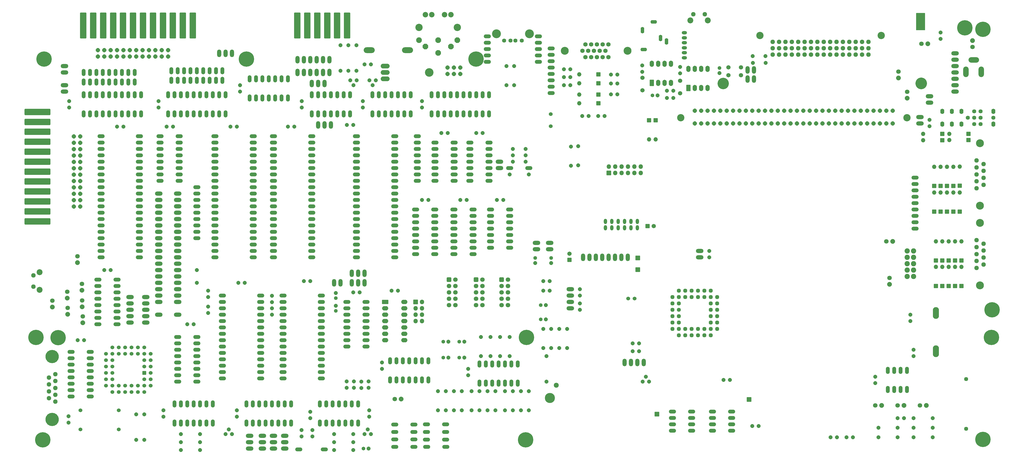
<source format=gbs>
G04 #@! TF.GenerationSoftware,KiCad,Pcbnew,8.0.6*
G04 #@! TF.CreationDate,2024-11-25T23:01:06+01:00*
G04 #@! TF.ProjectId,cbm_ultipet_v1,63626d5f-756c-4746-9970-65745f76312e,rev?*
G04 #@! TF.SameCoordinates,Original*
G04 #@! TF.FileFunction,Soldermask,Bot*
G04 #@! TF.FilePolarity,Negative*
%FSLAX46Y46*%
G04 Gerber Fmt 4.6, Leading zero omitted, Abs format (unit mm)*
G04 Created by KiCad (PCBNEW 8.0.6) date 2024-11-25 23:01:06*
%MOMM*%
%LPD*%
G01*
G04 APERTURE LIST*
G04 Aperture macros list*
%AMRoundRect*
0 Rectangle with rounded corners*
0 $1 Rounding radius*
0 $2 $3 $4 $5 $6 $7 $8 $9 X,Y pos of 4 corners*
0 Add a 4 corners polygon primitive as box body*
4,1,4,$2,$3,$4,$5,$6,$7,$8,$9,$2,$3,0*
0 Add four circle primitives for the rounded corners*
1,1,$1+$1,$2,$3*
1,1,$1+$1,$4,$5*
1,1,$1+$1,$6,$7*
1,1,$1+$1,$8,$9*
0 Add four rect primitives between the rounded corners*
20,1,$1+$1,$2,$3,$4,$5,0*
20,1,$1+$1,$4,$5,$6,$7,0*
20,1,$1+$1,$6,$7,$8,$9,0*
20,1,$1+$1,$8,$9,$2,$3,0*%
%AMFreePoly0*
4,1,25,0.333266,0.742596,0.345389,0.732242,0.732242,0.345389,0.760749,0.289441,0.762000,0.273547,0.762000,-0.273547,0.742596,-0.333266,0.732242,-0.345389,0.345389,-0.732242,0.289441,-0.760749,0.273547,-0.762000,-0.273547,-0.762000,-0.333266,-0.742596,-0.345389,-0.732242,-0.732242,-0.345389,-0.760749,-0.289441,-0.762000,-0.273547,-0.762000,0.273547,-0.742596,0.333266,-0.732242,0.345389,
-0.345389,0.732242,-0.289441,0.760749,-0.273547,0.762000,0.273547,0.762000,0.333266,0.742596,0.333266,0.742596,$1*%
%AMFreePoly1*
4,1,25,0.391131,0.882296,0.403254,0.871942,0.871942,0.403254,0.900449,0.347306,0.901700,0.331412,0.901700,-0.331412,0.882296,-0.391131,0.871942,-0.403254,0.403254,-0.871942,0.347306,-0.900449,0.331412,-0.901700,-0.331412,-0.901700,-0.391131,-0.882296,-0.403254,-0.871942,-0.871942,-0.403254,-0.900449,-0.347306,-0.901700,-0.331412,-0.901700,0.331412,-0.882296,0.391131,-0.871942,0.403254,
-0.403254,0.871942,-0.347306,0.900449,-0.331412,0.901700,0.331412,0.901700,0.391131,0.882296,0.391131,0.882296,$1*%
%AMFreePoly2*
4,1,25,0.375350,0.844196,0.387473,0.833842,0.833842,0.387473,0.862349,0.331525,0.863600,0.315631,0.863600,-0.315631,0.844196,-0.375350,0.833842,-0.387473,0.387473,-0.833842,0.331525,-0.862349,0.315631,-0.863600,-0.315631,-0.863600,-0.375350,-0.844196,-0.387473,-0.833842,-0.833842,-0.387473,-0.862349,-0.331525,-0.863600,-0.315631,-0.863600,0.315631,-0.844196,0.375350,-0.833842,0.387473,
-0.387473,0.833842,-0.331525,0.862349,-0.315631,0.863600,0.315631,0.863600,0.375350,0.844196,0.375350,0.844196,$1*%
%AMFreePoly3*
4,1,25,0.322745,0.717196,0.334868,0.706842,0.706842,0.334868,0.735349,0.278920,0.736600,0.263026,0.736600,-0.263026,0.717196,-0.322745,0.706842,-0.334868,0.334868,-0.706842,0.278920,-0.735349,0.263026,-0.736600,-0.263026,-0.736600,-0.322745,-0.717196,-0.334868,-0.706842,-0.706842,-0.334868,-0.735349,-0.278920,-0.736600,-0.263026,-0.736600,0.263026,-0.717196,0.322745,-0.706842,0.334868,
-0.334868,0.706842,-0.278920,0.735349,-0.263026,0.736600,0.263026,0.736600,0.322745,0.717196,0.322745,0.717196,$1*%
%AMFreePoly4*
4,1,25,0.354308,0.793396,0.366431,0.783042,0.783042,0.366431,0.811549,0.310483,0.812800,0.294589,0.812800,-0.294589,0.793396,-0.354308,0.783042,-0.366431,0.366431,-0.783042,0.310483,-0.811549,0.294589,-0.812800,-0.294589,-0.812800,-0.354308,-0.793396,-0.366431,-0.783042,-0.783042,-0.366431,-0.811549,-0.310483,-0.812800,-0.294589,-0.812800,0.294589,-0.793396,0.354308,-0.783042,0.366431,
-0.366431,0.783042,-0.310483,0.811549,-0.294589,0.812800,0.294589,0.812800,0.354308,0.793396,0.354308,0.793396,$1*%
%AMFreePoly5*
4,1,25,0.349047,0.780696,0.361170,0.770342,0.770342,0.361170,0.798849,0.305222,0.800100,0.289328,0.800100,-0.289328,0.780696,-0.349047,0.770342,-0.361170,0.361170,-0.770342,0.305222,-0.798849,0.289328,-0.800100,-0.289328,-0.800100,-0.349047,-0.780696,-0.361170,-0.770342,-0.770342,-0.361170,-0.798849,-0.305222,-0.800100,-0.289328,-0.800100,0.289328,-0.780696,0.349047,-0.770342,0.361170,
-0.361170,0.770342,-0.305222,0.798849,-0.289328,0.800100,0.289328,0.800100,0.349047,0.780696,0.349047,0.780696,$1*%
%AMFreePoly6*
4,1,25,0.470039,1.072796,0.482162,1.062442,1.062442,0.482162,1.090949,0.426214,1.092200,0.410320,1.092200,-0.410320,1.072796,-0.470039,1.062442,-0.482162,0.482162,-1.062442,0.426214,-1.090949,0.410320,-1.092200,-0.410320,-1.092200,-0.470039,-1.072796,-0.482162,-1.062442,-1.062442,-0.482162,-1.090949,-0.426214,-1.092200,-0.410320,-1.092200,0.410320,-1.072796,0.470039,-1.062442,0.482162,
-0.482162,1.062442,-0.426214,1.090949,-0.410320,1.092200,0.410320,1.092200,0.470039,1.072796,0.470039,1.072796,$1*%
G04 Aperture macros list end*
%ADD10C,4.500000*%
%ADD11C,4.600000*%
%ADD12O,2.844800X1.524000*%
%ADD13C,6.102000*%
%ADD14O,3.048000X1.625600*%
%ADD15FreePoly0,180.000000*%
%ADD16RoundRect,0.051000X0.800000X-0.800000X0.800000X0.800000X-0.800000X0.800000X-0.800000X-0.800000X0*%
%ADD17O,1.702000X1.702000*%
%ADD18O,1.524000X2.844800*%
%ADD19FreePoly0,270.000000*%
%ADD20C,1.803400*%
%ADD21FreePoly1,90.000000*%
%ADD22FreePoly0,0.000000*%
%ADD23C,3.150000*%
%ADD24FreePoly2,90.000000*%
%ADD25O,2.102000X1.302000*%
%ADD26FreePoly0,90.000000*%
%ADD27RoundRect,0.051000X0.800000X0.800000X-0.800000X0.800000X-0.800000X-0.800000X0.800000X-0.800000X0*%
%ADD28FreePoly1,0.000000*%
%ADD29FreePoly2,270.000000*%
%ADD30C,2.362200*%
%ADD31RoundRect,0.051000X0.800000X-1.200000X0.800000X1.200000X-0.800000X1.200000X-0.800000X-1.200000X0*%
%ADD32O,1.702000X2.502000*%
%ADD33RoundRect,0.051000X-0.850000X-0.850000X0.850000X-0.850000X0.850000X0.850000X-0.850000X0.850000X0*%
%ADD34RoundRect,0.051000X-0.800000X0.800000X-0.800000X-0.800000X0.800000X-0.800000X0.800000X0.800000X0*%
%ADD35C,1.473200*%
%ADD36FreePoly3,270.000000*%
%ADD37FreePoly1,270.000000*%
%ADD38RoundRect,0.265000X-0.636000X-0.636000X0.636000X-0.636000X0.636000X0.636000X-0.636000X0.636000X0*%
%ADD39C,1.802000*%
%ADD40FreePoly3,0.000000*%
%ADD41FreePoly3,90.000000*%
%ADD42C,1.524000*%
%ADD43O,1.625600X3.048000*%
%ADD44RoundRect,0.388620X0.906780X4.792980X-0.906780X4.792980X-0.906780X-4.792980X0.906780X-4.792980X0*%
%ADD45O,1.802000X1.802000*%
%ADD46RoundRect,0.051000X0.850000X-0.850000X0.850000X0.850000X-0.850000X0.850000X-0.850000X-0.850000X0*%
%ADD47C,5.283200*%
%ADD48C,2.896000*%
%ADD49RoundRect,0.051000X-0.800000X-0.800000X0.800000X-0.800000X0.800000X0.800000X-0.800000X0.800000X0*%
%ADD50C,1.702000*%
%ADD51O,4.394200X2.298700*%
%ADD52O,2.451100X4.699000*%
%ADD53RoundRect,0.388620X-4.792980X0.906780X-4.792980X-0.906780X4.792980X-0.906780X4.792980X0.906780X0*%
%ADD54FreePoly4,270.000000*%
%ADD55O,2.603200X1.403200*%
%ADD56O,1.403200X2.603200*%
%ADD57C,1.625600*%
%ADD58C,3.530600*%
%ADD59O,2.203200X4.203200*%
%ADD60O,4.203200X2.203200*%
%ADD61RoundRect,0.051000X-1.200000X-0.800000X1.200000X-0.800000X1.200000X0.800000X-1.200000X0.800000X0*%
%ADD62O,2.502000X1.702000*%
%ADD63C,1.727200*%
%ADD64RoundRect,0.051000X-0.711200X0.711200X-0.711200X-0.711200X0.711200X-0.711200X0.711200X0.711200X0*%
%ADD65C,1.524400*%
%ADD66C,1.626000*%
%ADD67O,1.602000X2.102000*%
%ADD68C,3.404000*%
%ADD69O,3.556000X1.879600*%
%ADD70FreePoly4,0.000000*%
%ADD71FreePoly2,180.000000*%
%ADD72C,1.611200*%
%ADD73C,1.600200*%
%ADD74FreePoly5,90.000000*%
%ADD75FreePoly4,180.000000*%
%ADD76FreePoly6,180.000000*%
%ADD77C,2.184400*%
%ADD78C,2.082800*%
%ADD79C,1.981200*%
%ADD80C,4.013200*%
%ADD81O,1.302000X2.102000*%
%ADD82FreePoly4,90.000000*%
G04 APERTURE END LIST*
D10*
X294397678Y-71702662D02*
X294397678Y-71703662D01*
D11*
X373264678Y-71702662D02*
X373264678Y-71703662D01*
D12*
X179772652Y-95250000D03*
X179772652Y-97790000D03*
X179772652Y-100330000D03*
X179772652Y-102870000D03*
X179772652Y-105410000D03*
X179772652Y-107950000D03*
X179772652Y-110490000D03*
X187392652Y-110490000D03*
X187392652Y-107950000D03*
X187392652Y-105410000D03*
X187392652Y-102870000D03*
X187392652Y-100330000D03*
X187392652Y-97790000D03*
X187392652Y-95250000D03*
D13*
X196100000Y-62000000D03*
D14*
X69882208Y-163830000D03*
X69882208Y-158750000D03*
X69882208Y-156210000D03*
X69882208Y-153670000D03*
X69882208Y-151130000D03*
X69882208Y-148590000D03*
X69882208Y-146050000D03*
X69882208Y-143510000D03*
X69882208Y-140970000D03*
X69882208Y-138430000D03*
X69882208Y-135890000D03*
X69882208Y-133350000D03*
X69882208Y-130810000D03*
X69882208Y-128270000D03*
X69882208Y-125730000D03*
X69882208Y-123190000D03*
X69882208Y-120650000D03*
X69882208Y-118110000D03*
X69882208Y-115570000D03*
D15*
X146060000Y-70485000D03*
X147330000Y-72390000D03*
X148600000Y-70485000D03*
D16*
X379095000Y-152400000D03*
D17*
X379095000Y-144780000D03*
D18*
X359958100Y-193675000D03*
X362498100Y-193675000D03*
X365038100Y-193675000D03*
X367578100Y-193675000D03*
X367578100Y-186055000D03*
X365038100Y-186055000D03*
X362498100Y-186055000D03*
X359958100Y-186055000D03*
D19*
X126746000Y-209804000D03*
X126746000Y-212344000D03*
D13*
X29850000Y-173000000D03*
D20*
X393700000Y-57150000D03*
D21*
X393700000Y-54610000D03*
D19*
X197485000Y-194310000D03*
X197485000Y-201930000D03*
D14*
X32385000Y-74930000D03*
X32385000Y-72390000D03*
D19*
X224155000Y-180340000D03*
X224155000Y-190500000D03*
X217170000Y-194310000D03*
X217170000Y-201930000D03*
D12*
X92272410Y-92710000D03*
X92272410Y-95250000D03*
X92272410Y-97790000D03*
X92272410Y-100330000D03*
X92272410Y-102870000D03*
X92272410Y-105410000D03*
X92272410Y-107950000D03*
X92272410Y-110490000D03*
X92272410Y-113030000D03*
X92272410Y-115570000D03*
X92272410Y-118110000D03*
X92272410Y-120650000D03*
X92272410Y-123190000D03*
X92272410Y-125730000D03*
X92272410Y-128270000D03*
X92272410Y-130810000D03*
X92272410Y-133350000D03*
X92272410Y-135890000D03*
X92272410Y-138430000D03*
X92272410Y-140970000D03*
X107512410Y-140970000D03*
X107512410Y-138430000D03*
X107512410Y-135890000D03*
X107512410Y-133350000D03*
X107512410Y-130810000D03*
X107512410Y-128270000D03*
X107512410Y-125730000D03*
X107512410Y-123190000D03*
X107512410Y-120650000D03*
X107512410Y-118110000D03*
X107512410Y-115570000D03*
X107512410Y-113030000D03*
X107512410Y-110490000D03*
X107512410Y-107950000D03*
X107512410Y-105410000D03*
X107512410Y-102870000D03*
X107512410Y-100330000D03*
X107512410Y-97790000D03*
X107512410Y-95250000D03*
X107512410Y-92710000D03*
D22*
X258445000Y-178435000D03*
X260985000Y-178435000D03*
D23*
X396659900Y-152146000D03*
X396659900Y-127254000D03*
D24*
X395237500Y-145237200D03*
X395237500Y-142468600D03*
X395237500Y-139700000D03*
X395237500Y-136931400D03*
X395237500Y-134162800D03*
X398081100Y-143852900D03*
X398081100Y-141084300D03*
X398081100Y-138315700D03*
X398081100Y-135547100D03*
D22*
X370205000Y-212725000D03*
X377825000Y-212725000D03*
D12*
X193675000Y-95250000D03*
X193675000Y-97790000D03*
X193675000Y-100330000D03*
X193675000Y-102870000D03*
X193675000Y-105410000D03*
X193675000Y-107950000D03*
X193675000Y-110490000D03*
X201295000Y-110490000D03*
X201295000Y-107950000D03*
X201295000Y-105410000D03*
X201295000Y-102870000D03*
X201295000Y-100330000D03*
X201295000Y-97790000D03*
X201295000Y-95250000D03*
D25*
X278989828Y-55501408D03*
X278989828Y-57501408D03*
X278989828Y-59501408D03*
X278989828Y-53501408D03*
X278989828Y-51501408D03*
X278989828Y-61501408D03*
D14*
X220190344Y-137795000D03*
X220190344Y-135255000D03*
D13*
X397830000Y-213598652D03*
D18*
X74930000Y-66675000D03*
X77470000Y-66675000D03*
X80010000Y-66675000D03*
X82550000Y-66675000D03*
X85090000Y-66675000D03*
X87630000Y-66675000D03*
X90170000Y-66675000D03*
X92710000Y-66675000D03*
X95250000Y-66675000D03*
D26*
X368935000Y-166370000D03*
X368935000Y-163830000D03*
D16*
X386080000Y-122809000D03*
D17*
X386080000Y-115189000D03*
D27*
X244830600Y-79623800D03*
D17*
X237210600Y-79623800D03*
D22*
X343535000Y-212725000D03*
X346075000Y-212725000D03*
D26*
X208280000Y-72390000D03*
X208280000Y-64770000D03*
D15*
X274637500Y-74612500D03*
X272097500Y-74612500D03*
X207010000Y-118110000D03*
X204470000Y-118110000D03*
D20*
X373380000Y-55880000D03*
D28*
X375920000Y-55880000D03*
D26*
X174625000Y-81280000D03*
X174625000Y-78740000D03*
D29*
X19988218Y-148167670D03*
X19988218Y-152688870D03*
D30*
X22477418Y-146923070D03*
X22477418Y-153933470D03*
D19*
X262255000Y-64516000D03*
X262255000Y-67056000D03*
X114935000Y-161290000D03*
X114935000Y-163830000D03*
D12*
X172787652Y-92710000D03*
X172787652Y-95250000D03*
X172787652Y-97790000D03*
X172787652Y-100330000D03*
X172787652Y-102870000D03*
X172787652Y-105410000D03*
X172787652Y-107950000D03*
X172787652Y-110490000D03*
D14*
X372745000Y-85090000D03*
X372745000Y-87630000D03*
D31*
X280658363Y-73523214D03*
D32*
X283198363Y-73523214D03*
X285738363Y-73523214D03*
X288278363Y-73523214D03*
X288278363Y-65903214D03*
X285738363Y-65903214D03*
X283198363Y-65903214D03*
X280658363Y-65903214D03*
D16*
X389255000Y-142240000D03*
D17*
X389255000Y-134620000D03*
D23*
X396659900Y-120396000D03*
X396659900Y-95504000D03*
D24*
X395237500Y-113487200D03*
X395237500Y-110718600D03*
X395237500Y-107950000D03*
X395237500Y-105181400D03*
X395237500Y-102412800D03*
X398081100Y-112102900D03*
X398081100Y-109334300D03*
X398081100Y-106565700D03*
X398081100Y-103797100D03*
D19*
X205740000Y-172720000D03*
X205740000Y-180340000D03*
D26*
X354965000Y-191135000D03*
X354965000Y-188595000D03*
D12*
X135763000Y-217551000D03*
X125603000Y-217551000D03*
D16*
X381000000Y-122809000D03*
D17*
X381000000Y-115189000D03*
D22*
X215900000Y-97790000D03*
X210820000Y-97790000D03*
D26*
X102235000Y-74930000D03*
X102235000Y-72390000D03*
D33*
X304800121Y-197602658D03*
D15*
X184852652Y-91440000D03*
X182312652Y-91440000D03*
D34*
X264955000Y-86360000D03*
D17*
X264955000Y-93980000D03*
D22*
X139700000Y-217805000D03*
X147320000Y-217805000D03*
D13*
X216170000Y-172937116D03*
D12*
X171398983Y-213537870D03*
X163778983Y-213537870D03*
D35*
X292989000Y-65532000D03*
D36*
X292989000Y-67564000D03*
D20*
X33638517Y-161158696D03*
D37*
X33638517Y-163698696D03*
D15*
X86360000Y-211455000D03*
X78740000Y-211455000D03*
D26*
X147555953Y-192947597D03*
X147555953Y-190407597D03*
X211268152Y-72397100D03*
X211268152Y-64777100D03*
D38*
X206257500Y-149860000D03*
D39*
X208797500Y-149860000D03*
X206257500Y-152400000D03*
X208797500Y-152400000D03*
X206257500Y-154940000D03*
X208797500Y-154940000D03*
X206257500Y-157480000D03*
X208797500Y-157480000D03*
X206257500Y-160020000D03*
X208797500Y-160020000D03*
D13*
X23746110Y-213689571D03*
D12*
X290195000Y-202478100D03*
X290195000Y-205018100D03*
X290195000Y-207558100D03*
X290195000Y-210098100D03*
X297815000Y-210098100D03*
X297815000Y-207558100D03*
X297815000Y-205018100D03*
X297815000Y-202478100D03*
D16*
X381000000Y-112522000D03*
D17*
X381000000Y-104902000D03*
D26*
X64135000Y-213741000D03*
X64135000Y-203581000D03*
D14*
X233680000Y-161290000D03*
X233680000Y-158750000D03*
X233680000Y-156210000D03*
X233680000Y-153670000D03*
D16*
X383540000Y-112522000D03*
D17*
X383540000Y-104902000D03*
D20*
X37519751Y-140548568D03*
D37*
X37519751Y-143088568D03*
D15*
X75536943Y-88900000D03*
X72996943Y-88900000D03*
D26*
X144625553Y-192947597D03*
X144625553Y-190407597D03*
D22*
X244695600Y-84678800D03*
X247235600Y-84678800D03*
D35*
X189484000Y-180975000D03*
D40*
X191516000Y-180975000D03*
D18*
X60325000Y-71120000D03*
X57785000Y-71120000D03*
X55245000Y-71120000D03*
X52705000Y-71120000D03*
X50165000Y-71120000D03*
X47625000Y-71120000D03*
X45085000Y-71120000D03*
X42545000Y-71120000D03*
X40005000Y-71120000D03*
D35*
X140335000Y-157226000D03*
D41*
X140335000Y-155194000D03*
D20*
X359410000Y-134620000D03*
D28*
X361950000Y-134620000D03*
D27*
X244830600Y-76123800D03*
D17*
X237210600Y-76123800D03*
D19*
X203878388Y-194310000D03*
X203878388Y-201930000D03*
D20*
X367705000Y-75015000D03*
D37*
X367705000Y-77555000D03*
D12*
X119380000Y-156210000D03*
X119380000Y-158750000D03*
X119380000Y-161290000D03*
X119380000Y-163830000D03*
X119380000Y-166370000D03*
X119380000Y-168910000D03*
X119380000Y-171450000D03*
X119380000Y-173990000D03*
X119380000Y-176530000D03*
X119380000Y-179070000D03*
X119380000Y-181610000D03*
X119380000Y-184150000D03*
X119380000Y-186690000D03*
X119380000Y-189230000D03*
X134620000Y-189230000D03*
X134620000Y-186690000D03*
X134620000Y-184150000D03*
X134620000Y-181610000D03*
X134620000Y-179070000D03*
X134620000Y-176530000D03*
X134620000Y-173990000D03*
X134620000Y-171450000D03*
X134620000Y-168910000D03*
X134620000Y-166370000D03*
X134620000Y-163830000D03*
X134620000Y-161290000D03*
X134620000Y-158750000D03*
X134620000Y-156210000D03*
D42*
X38735000Y-209550000D03*
X53975000Y-209550000D03*
X53975000Y-201930000D03*
X38735000Y-201930000D03*
D27*
X244830600Y-71623800D03*
D17*
X237210600Y-71623800D03*
D33*
X268085438Y-203527695D03*
D22*
X81280000Y-167640000D03*
X83820000Y-167640000D03*
D26*
X190500000Y-201930000D03*
X190500000Y-194310000D03*
D12*
X217170000Y-105410000D03*
X209550000Y-105410000D03*
D26*
X236757617Y-104363142D03*
X236757617Y-96743142D03*
D19*
X145325872Y-56515000D03*
X145325872Y-66675000D03*
D43*
X130810000Y-71755000D03*
X133350000Y-71755000D03*
X135890000Y-71755000D03*
D20*
X360680000Y-149225000D03*
D37*
X360680000Y-151765000D03*
D13*
X401160000Y-172900000D03*
D26*
X187325000Y-201930000D03*
X187325000Y-194310000D03*
D12*
X370840000Y-129540000D03*
X370840000Y-127000000D03*
X370840000Y-124460000D03*
X370840000Y-121920000D03*
X370840000Y-119380000D03*
X370840000Y-116840000D03*
X370840000Y-114300000D03*
X370840000Y-111760000D03*
X370840000Y-109220000D03*
D15*
X339725000Y-212725000D03*
X337185000Y-212725000D03*
X86360000Y-214630000D03*
X78740000Y-214630000D03*
D22*
X294640000Y-189865000D03*
X297180000Y-189865000D03*
D14*
X106045000Y-217170000D03*
X106045000Y-214630000D03*
X106045000Y-212090000D03*
D16*
X384175000Y-142240000D03*
D17*
X384175000Y-134620000D03*
D44*
X144841565Y-48598750D03*
X140879165Y-48598750D03*
X136916765Y-48598750D03*
X132954365Y-48598750D03*
X128991965Y-48598750D03*
X125029565Y-48598750D03*
D19*
X288925000Y-138430000D03*
X288925000Y-140970000D03*
X131064000Y-209804000D03*
X131064000Y-212344000D03*
D13*
X390600000Y-49600000D03*
D20*
X163830000Y-197485000D03*
D28*
X166370000Y-197485000D03*
D16*
X386715000Y-142240000D03*
D17*
X386715000Y-134620000D03*
D18*
X40005000Y-83820000D03*
X42545000Y-83820000D03*
X45085000Y-83820000D03*
X47625000Y-83820000D03*
X50165000Y-83820000D03*
X52705000Y-83820000D03*
X55245000Y-83820000D03*
X57785000Y-83820000D03*
X60325000Y-83820000D03*
X62865000Y-83820000D03*
X62865000Y-76200000D03*
X60325000Y-76200000D03*
X57785000Y-76200000D03*
X55245000Y-76200000D03*
X52705000Y-76200000D03*
X50165000Y-76200000D03*
X47625000Y-76200000D03*
X45085000Y-76200000D03*
X42545000Y-76200000D03*
X40005000Y-76200000D03*
D22*
X238345600Y-84678800D03*
X240885600Y-84678800D03*
D42*
X256712105Y-157453622D03*
X259252105Y-157453622D03*
D16*
X378460000Y-122809000D03*
D17*
X378460000Y-115189000D03*
D19*
X130175000Y-202565000D03*
X130175000Y-205105000D03*
D22*
X258445000Y-175260000D03*
X260985000Y-175260000D03*
X78740000Y-217805000D03*
X86360000Y-217805000D03*
D35*
X140335000Y-162306000D03*
D41*
X140335000Y-160274000D03*
D19*
X89535000Y-160655000D03*
X89535000Y-163195000D03*
D16*
X384175000Y-152400000D03*
D17*
X384175000Y-144780000D03*
D12*
X45720000Y-149860000D03*
X45720000Y-152400000D03*
X45720000Y-154940000D03*
X45720000Y-157480000D03*
X45720000Y-160020000D03*
X45720000Y-162560000D03*
X45720000Y-165100000D03*
X45720000Y-167640000D03*
X53340000Y-167640000D03*
X53340000Y-165100000D03*
X53340000Y-162560000D03*
X53340000Y-160020000D03*
X53340000Y-157480000D03*
X53340000Y-154940000D03*
X53340000Y-152400000D03*
X53340000Y-149860000D03*
D22*
X154305000Y-211455000D03*
X153035000Y-209550000D03*
X151765000Y-211455000D03*
X127635000Y-150495000D03*
X130175000Y-150495000D03*
D14*
X386715000Y-59690000D03*
X386715000Y-62230000D03*
X386715000Y-64770000D03*
X386715000Y-67310000D03*
X386715000Y-69850000D03*
X386715000Y-72390000D03*
X386715000Y-74930000D03*
D18*
X130810000Y-83820000D03*
X133350000Y-83820000D03*
X135890000Y-83820000D03*
X138430000Y-83820000D03*
X140970000Y-83820000D03*
X143510000Y-83820000D03*
X146050000Y-83820000D03*
X146050000Y-76200000D03*
X143510000Y-76200000D03*
X140970000Y-76200000D03*
X138430000Y-76200000D03*
X135890000Y-76200000D03*
X133350000Y-76200000D03*
X130810000Y-76200000D03*
D43*
X137795000Y-62230000D03*
X135255000Y-62230000D03*
X132715000Y-62230000D03*
X130175000Y-62230000D03*
X127635000Y-62230000D03*
X125095000Y-62230000D03*
D19*
X376555000Y-86182200D03*
X376555000Y-88722200D03*
D33*
X172080000Y-158760000D03*
D45*
X174620000Y-158760000D03*
X172080000Y-161300000D03*
X174620000Y-161300000D03*
X172080000Y-163840000D03*
X174620000Y-163840000D03*
X172080000Y-166380000D03*
X174620000Y-166380000D03*
D12*
X184057362Y-207570606D03*
X176437362Y-207570606D03*
D19*
X201930000Y-172720000D03*
X201930000Y-180340000D03*
D46*
X248996200Y-107421600D03*
D45*
X248996200Y-104881600D03*
X251536200Y-107421600D03*
X251536200Y-104881600D03*
X254076200Y-107421600D03*
X254076200Y-104881600D03*
X256616200Y-107421600D03*
X256616200Y-104881600D03*
X259156200Y-107421600D03*
X259156200Y-104881600D03*
X261696200Y-107421600D03*
X261696200Y-104881600D03*
D13*
X24300000Y-62000000D03*
D19*
X237490000Y-159385000D03*
X237490000Y-161925000D03*
X207645000Y-194310000D03*
X207645000Y-201930000D03*
D43*
X304165000Y-66294000D03*
X306705000Y-66294000D03*
D22*
X98425000Y-88900000D03*
X100965000Y-88900000D03*
D26*
X233858072Y-104479124D03*
X233858072Y-96859124D03*
D19*
X194353388Y-194310000D03*
X194353388Y-201930000D03*
D14*
X115570000Y-217170000D03*
X115570000Y-214630000D03*
X115570000Y-212090000D03*
D20*
X354965000Y-200025000D03*
D28*
X357505000Y-200025000D03*
D22*
X144780000Y-88265000D03*
X147320000Y-88265000D03*
D26*
X229235000Y-177165000D03*
X229235000Y-169545000D03*
D12*
X171374817Y-216561816D03*
X163754817Y-216561816D03*
D16*
X388622400Y-112489700D03*
D17*
X388622400Y-104869700D03*
D29*
X28708672Y-187560753D03*
X28708672Y-190303953D03*
X28708672Y-193047153D03*
X28708672Y-195790353D03*
X28708672Y-198533553D03*
X26168672Y-188932353D03*
X26168672Y-191675553D03*
X26168672Y-194418753D03*
X26168672Y-197161953D03*
D47*
X27438672Y-180524953D03*
X27438672Y-205569353D03*
D48*
X309086200Y-52616100D03*
X357359000Y-52616100D03*
D24*
X314172600Y-55156100D03*
X316712600Y-55156100D03*
X319252600Y-55156100D03*
X321792600Y-55156100D03*
X324332600Y-55156100D03*
X326872600Y-55156100D03*
X329412600Y-55156100D03*
X331952600Y-55156100D03*
X334492600Y-55156100D03*
X337032600Y-55156100D03*
X339572600Y-55156100D03*
X342112600Y-55156100D03*
X344652600Y-55156100D03*
X347192600Y-55156100D03*
X349732600Y-55156100D03*
X352272600Y-55156100D03*
X314172600Y-57696100D03*
X316712600Y-57696100D03*
X319252600Y-57696100D03*
X321792600Y-57696100D03*
X324332600Y-57696100D03*
X326872600Y-57696100D03*
X329412600Y-57696100D03*
X331952600Y-57696100D03*
X334492600Y-57696100D03*
X337032600Y-57696100D03*
X339572600Y-57696100D03*
X342112600Y-57696100D03*
X344652600Y-57696100D03*
X347192600Y-57696100D03*
X349732600Y-57696100D03*
X352272600Y-57696100D03*
X314172600Y-60236100D03*
X316712600Y-60236100D03*
X319252600Y-60236100D03*
X321792600Y-60236100D03*
X324332600Y-60236100D03*
X326872600Y-60236100D03*
X329412600Y-60236100D03*
X331952600Y-60236100D03*
X334492600Y-60236100D03*
X337032600Y-60236100D03*
X339572600Y-60236100D03*
X342112600Y-60236100D03*
X344652600Y-60236100D03*
X347192600Y-60236100D03*
X349732600Y-60236100D03*
X352272600Y-60236100D03*
D49*
X264351888Y-128524000D03*
D50*
X266851888Y-128524000D03*
D22*
X189865000Y-118110000D03*
X192405000Y-118110000D03*
D19*
X277368000Y-65151000D03*
X277368000Y-67691000D03*
D15*
X225425000Y-150495000D03*
X222885000Y-150495000D03*
D51*
X168910000Y-58420000D03*
X153670000Y-58420000D03*
D12*
X226060000Y-57785000D03*
X226060000Y-60325000D03*
X226060000Y-62865000D03*
X226060000Y-65405000D03*
X226060000Y-67945000D03*
X226060000Y-70485000D03*
X226060000Y-73025000D03*
X226060000Y-75565000D03*
D43*
X243840000Y-140970000D03*
X256540000Y-140970000D03*
X246380000Y-140970000D03*
X248920000Y-140970000D03*
X254000000Y-140970000D03*
X241300000Y-140970000D03*
X251460000Y-140970000D03*
X238760000Y-140970000D03*
D19*
X213995000Y-194310000D03*
X213995000Y-201930000D03*
D14*
X205467975Y-102870000D03*
X205467975Y-105410000D03*
D12*
X148590000Y-92710000D03*
X148590000Y-95250000D03*
X148590000Y-97790000D03*
X148590000Y-100330000D03*
X148590000Y-102870000D03*
X148590000Y-105410000D03*
X148590000Y-107950000D03*
X148590000Y-110490000D03*
X148590000Y-113030000D03*
X148590000Y-115570000D03*
X148590000Y-118110000D03*
X148590000Y-120650000D03*
X148590000Y-123190000D03*
X148590000Y-125730000D03*
X148590000Y-128270000D03*
X148590000Y-130810000D03*
X148590000Y-133350000D03*
X148590000Y-135890000D03*
X148590000Y-138430000D03*
X148590000Y-140970000D03*
X163830000Y-140970000D03*
X163830000Y-138430000D03*
X163830000Y-135890000D03*
X163830000Y-133350000D03*
X163830000Y-130810000D03*
X163830000Y-128270000D03*
X163830000Y-125730000D03*
X163830000Y-123190000D03*
X163830000Y-120650000D03*
X163830000Y-118110000D03*
X163830000Y-115570000D03*
X163830000Y-113030000D03*
X163830000Y-110490000D03*
X163830000Y-107950000D03*
X163830000Y-105410000D03*
X163830000Y-102870000D03*
X163830000Y-100330000D03*
X163830000Y-97790000D03*
X163830000Y-95250000D03*
X163830000Y-92710000D03*
X95250000Y-156210000D03*
X95250000Y-158750000D03*
X95250000Y-161290000D03*
X95250000Y-163830000D03*
X95250000Y-166370000D03*
X95250000Y-168910000D03*
X95250000Y-171450000D03*
X95250000Y-173990000D03*
X95250000Y-176530000D03*
X95250000Y-179070000D03*
X95250000Y-181610000D03*
X95250000Y-184150000D03*
X95250000Y-186690000D03*
X95250000Y-189230000D03*
X110490000Y-189230000D03*
X110490000Y-186690000D03*
X110490000Y-184150000D03*
X110490000Y-181610000D03*
X110490000Y-179070000D03*
X110490000Y-176530000D03*
X110490000Y-173990000D03*
X110490000Y-171450000D03*
X110490000Y-168910000D03*
X110490000Y-166370000D03*
X110490000Y-163830000D03*
X110490000Y-161290000D03*
X110490000Y-158750000D03*
X110490000Y-156210000D03*
X184150000Y-216535000D03*
X176530000Y-216535000D03*
D52*
X379095000Y-163195000D03*
X379095000Y-178435000D03*
D22*
X162560000Y-154305000D03*
X165100000Y-154305000D03*
X356235000Y-212725000D03*
X363855000Y-212725000D03*
D53*
X21620877Y-83081015D03*
X21620877Y-87043415D03*
X21620877Y-91005815D03*
X21620877Y-94968215D03*
X21620877Y-98930615D03*
X21620877Y-102893015D03*
X21620877Y-106855415D03*
X21620877Y-110817815D03*
X21620877Y-114780215D03*
X21620877Y-118742615D03*
X21620877Y-122705015D03*
X21620877Y-126667415D03*
D54*
X36093400Y-92786200D03*
X36093400Y-95326200D03*
X36093400Y-97866200D03*
X36093400Y-100406200D03*
X36093400Y-102946200D03*
X36093400Y-105486200D03*
X36093400Y-108026200D03*
X36093400Y-110566200D03*
X36093400Y-113106200D03*
X36093400Y-115646200D03*
X36093400Y-118186200D03*
X36093400Y-120726200D03*
X38633400Y-92786200D03*
X38633400Y-95326200D03*
X38633400Y-97866200D03*
X38633400Y-100406200D03*
X38633400Y-102946200D03*
X38633400Y-105486200D03*
X38633400Y-108026200D03*
X38633400Y-110566200D03*
X38633400Y-113106200D03*
X38633400Y-115646200D03*
X38633400Y-118186200D03*
X38633400Y-120726200D03*
D35*
X266319000Y-76454000D03*
D40*
X268351000Y-76454000D03*
D26*
X126792567Y-81280000D03*
X126792567Y-78740000D03*
D20*
X39295119Y-151604386D03*
D37*
X39295119Y-154144386D03*
D16*
X388620000Y-122809000D03*
D17*
X388620000Y-115189000D03*
D18*
X133985000Y-207010000D03*
X136525000Y-207010000D03*
X139065000Y-207010000D03*
X141605000Y-207010000D03*
X144145000Y-207010000D03*
X146685000Y-207010000D03*
X149225000Y-207010000D03*
X149225000Y-199390000D03*
X146685000Y-199390000D03*
X144145000Y-199390000D03*
X141605000Y-199390000D03*
X139065000Y-199390000D03*
X136525000Y-199390000D03*
X133985000Y-199390000D03*
D55*
X266873516Y-47211919D03*
D56*
X262323516Y-50511919D03*
X271923516Y-55011919D03*
D55*
X262873516Y-58211919D03*
D56*
X269523516Y-53611919D03*
D14*
X120015000Y-217170000D03*
X120015000Y-214630000D03*
X120015000Y-212090000D03*
D57*
X209816700Y-54678542D03*
X211823300Y-54678542D03*
X207327500Y-54678542D03*
D58*
X217385900Y-51960742D03*
X204254100Y-51960742D03*
D57*
X214312500Y-54678542D03*
D22*
X215900000Y-100330000D03*
X210820000Y-100330000D03*
D16*
X381635000Y-152400000D03*
D17*
X381635000Y-144780000D03*
D15*
X225425000Y-154305000D03*
X222885000Y-154305000D03*
D43*
X304165000Y-69977000D03*
X306705000Y-69977000D03*
D19*
X193040000Y-185420000D03*
X193040000Y-187960000D03*
D12*
X171398983Y-207612088D03*
X163778983Y-207612088D03*
D26*
X184150000Y-201930000D03*
X184150000Y-194310000D03*
D15*
X377825000Y-208915000D03*
X370205000Y-208915000D03*
D26*
X60960000Y-213741000D03*
X60960000Y-203581000D03*
D12*
X172126052Y-121920000D03*
X172126052Y-124460000D03*
X172126052Y-127000000D03*
X172126052Y-129540000D03*
X172126052Y-132080000D03*
X172126052Y-134620000D03*
X172126052Y-137160000D03*
X172126052Y-139700000D03*
X179746052Y-139700000D03*
X179746052Y-137160000D03*
X179746052Y-134620000D03*
X179746052Y-132080000D03*
X179746052Y-129540000D03*
X179746052Y-127000000D03*
X179746052Y-124460000D03*
X179746052Y-121920000D03*
D59*
X391049263Y-67105354D03*
D60*
X394149263Y-62305354D03*
D59*
X397149263Y-67105354D03*
D35*
X221869000Y-160020000D03*
D40*
X223901000Y-160020000D03*
D19*
X153416753Y-190407597D03*
X153416753Y-192947597D03*
D16*
X389255000Y-152400000D03*
D17*
X389255000Y-144780000D03*
D43*
X137795000Y-67310000D03*
X135255000Y-67310000D03*
X132715000Y-67310000D03*
X130175000Y-67310000D03*
X127635000Y-67310000D03*
X125095000Y-67310000D03*
D22*
X215900000Y-102870000D03*
X210820000Y-102870000D03*
D50*
X262382000Y-74422000D03*
X262382000Y-69422000D03*
D22*
X101600000Y-151130000D03*
X104140000Y-151130000D03*
X306266591Y-63525562D03*
X311346591Y-63525562D03*
D16*
X378460000Y-112522000D03*
D17*
X378460000Y-104902000D03*
D16*
X233299000Y-142048113D03*
D50*
X233299000Y-139548113D03*
D12*
X201930776Y-121920000D03*
X201930776Y-124460000D03*
X201930776Y-127000000D03*
X201930776Y-129540000D03*
X201930776Y-132080000D03*
X201930776Y-134620000D03*
X201930776Y-137160000D03*
X209550776Y-137160000D03*
X209550776Y-134620000D03*
X209550776Y-132080000D03*
X209550776Y-129540000D03*
X209550776Y-127000000D03*
X209550776Y-124460000D03*
X209550776Y-121920000D03*
D33*
X260447962Y-145887013D03*
D43*
X133350000Y-88295398D03*
X135890000Y-88295398D03*
X138430000Y-88295398D03*
D19*
X237490000Y-153670000D03*
X237490000Y-156210000D03*
D50*
X296585000Y-65278000D03*
X301585000Y-65278000D03*
D13*
X104800000Y-62000000D03*
D19*
X381000000Y-51435000D03*
X381000000Y-53975000D03*
D35*
X226060000Y-141224000D03*
D36*
X226060000Y-143256000D03*
D19*
X100965000Y-201930000D03*
X100965000Y-204470000D03*
D20*
X27588127Y-158235533D03*
D37*
X27588127Y-160775533D03*
D15*
X217170000Y-107950000D03*
X209550000Y-107950000D03*
D22*
X231140000Y-69215000D03*
X233680000Y-69215000D03*
D26*
X69850000Y-81280000D03*
X69850000Y-78740000D03*
D12*
X171398983Y-210630882D03*
X163778983Y-210630882D03*
D19*
X200703388Y-194310000D03*
X200703388Y-201930000D03*
D18*
X104775000Y-207010000D03*
X107315000Y-207010000D03*
X109855000Y-207010000D03*
X112395000Y-207010000D03*
X114935000Y-207010000D03*
X117475000Y-207010000D03*
X120015000Y-207010000D03*
X122555000Y-207010000D03*
X122555000Y-199390000D03*
X120015000Y-199390000D03*
X117475000Y-199390000D03*
X114935000Y-199390000D03*
X112395000Y-199390000D03*
X109855000Y-199390000D03*
X107315000Y-199390000D03*
X104775000Y-199390000D03*
D22*
X37654187Y-173990000D03*
X40194187Y-173990000D03*
D26*
X222885000Y-177165000D03*
X222885000Y-169545000D03*
D27*
X381635000Y-91821000D03*
D17*
X374015000Y-91821000D03*
D43*
X255270000Y-182880000D03*
X257810000Y-182880000D03*
X260350000Y-182880000D03*
X262890000Y-182880000D03*
D22*
X249775600Y-76040906D03*
X252315600Y-76040906D03*
D61*
X160005000Y-158745000D03*
D62*
X160005000Y-161285000D03*
X160005000Y-163825000D03*
X160005000Y-166365000D03*
X160005000Y-168905000D03*
X160005000Y-171445000D03*
X160005000Y-173985000D03*
X167625000Y-173985000D03*
X167625000Y-171445000D03*
X167625000Y-168905000D03*
X167625000Y-166365000D03*
X167625000Y-163825000D03*
X167625000Y-161285000D03*
X167625000Y-158745000D03*
D26*
X180975000Y-201930000D03*
X180975000Y-194310000D03*
D23*
X256441981Y-58723188D03*
X231448381Y-58723188D03*
D63*
X239627181Y-61263188D03*
X241913181Y-61263188D03*
X244199181Y-61263188D03*
X246485181Y-61263188D03*
X248771181Y-61263188D03*
X238484181Y-58723188D03*
X240770181Y-58723188D03*
X243056181Y-58723188D03*
X245342181Y-58723188D03*
X247628181Y-58723188D03*
X239627181Y-56183188D03*
X241913181Y-56183188D03*
X244199181Y-56183188D03*
X246485181Y-56183188D03*
X248771181Y-56183188D03*
D15*
X147320000Y-211455000D03*
X139700000Y-211455000D03*
D26*
X148590000Y-66675000D03*
X148590000Y-56515000D03*
D22*
X306169940Y-60819321D03*
X311249940Y-60819321D03*
D14*
X58468800Y-156845000D03*
X58468800Y-159385000D03*
X58468800Y-161925000D03*
X58468800Y-164465000D03*
X58468800Y-167005000D03*
D22*
X231140000Y-72390000D03*
X233680000Y-72390000D03*
D13*
X397800000Y-50150000D03*
D15*
X177165000Y-118110000D03*
X174625000Y-118110000D03*
D26*
X150495000Y-193040000D03*
X150495000Y-190500000D03*
D22*
X231140000Y-66040000D03*
X233680000Y-66040000D03*
D18*
X106045000Y-77470000D03*
X108585000Y-77470000D03*
X111125000Y-77470000D03*
X113665000Y-77470000D03*
X116205000Y-77470000D03*
X118745000Y-77470000D03*
X121285000Y-77470000D03*
X121285000Y-69850000D03*
X118745000Y-69850000D03*
X116205000Y-69850000D03*
X113665000Y-69850000D03*
X111125000Y-69850000D03*
X108585000Y-69850000D03*
X106045000Y-69850000D03*
X74930000Y-70485000D03*
X77470000Y-70485000D03*
X80010000Y-70485000D03*
X82550000Y-70485000D03*
X85090000Y-70485000D03*
X87630000Y-70485000D03*
X90170000Y-70485000D03*
X92710000Y-70485000D03*
X95250000Y-70485000D03*
X161925000Y-189865000D03*
X164465000Y-189865000D03*
X167005000Y-189865000D03*
X169545000Y-189865000D03*
X172085000Y-189865000D03*
X174625000Y-189865000D03*
X177165000Y-189865000D03*
X177165000Y-182245000D03*
X174625000Y-182245000D03*
X172085000Y-182245000D03*
X169545000Y-182245000D03*
X167005000Y-182245000D03*
X164465000Y-182245000D03*
X161925000Y-182245000D03*
D13*
X21060000Y-172900000D03*
D22*
X151765000Y-64135000D03*
X154305000Y-64135000D03*
D50*
X296585000Y-68453000D03*
X301585000Y-68453000D03*
D44*
X83442950Y-48596750D03*
X79480550Y-48596750D03*
X75518150Y-48596750D03*
X71555750Y-48596750D03*
X67593350Y-48596750D03*
X63630950Y-48596750D03*
X59668550Y-48596750D03*
X55706150Y-48596750D03*
X51743750Y-48596750D03*
X47781350Y-48596750D03*
X43818950Y-48596750D03*
X39856550Y-48596750D03*
D12*
X200660000Y-52976986D03*
X200660000Y-55516986D03*
X200660000Y-58056986D03*
X200660000Y-60596986D03*
X200660000Y-63136986D03*
X220980000Y-63136986D03*
X220980000Y-60596986D03*
X220980000Y-58056986D03*
X220980000Y-55516986D03*
X220980000Y-52976986D03*
D14*
X285115000Y-140970000D03*
X285115000Y-138430000D03*
D19*
X71755000Y-201930000D03*
X71755000Y-204470000D03*
D16*
X383540000Y-122809000D03*
D17*
X383540000Y-115189000D03*
D43*
X99060000Y-59690000D03*
X96520000Y-59690000D03*
X93980000Y-59690000D03*
D27*
X244830600Y-68123800D03*
D17*
X237210600Y-68123800D03*
D64*
X64135000Y-187071000D03*
D65*
X66675000Y-184531000D03*
X64135000Y-184531000D03*
X66675000Y-181991000D03*
X64135000Y-181991000D03*
X66675000Y-179451000D03*
X64135000Y-176911000D03*
X64135000Y-179451000D03*
X61595000Y-176911000D03*
X61595000Y-179451000D03*
X59055000Y-176911000D03*
X59055000Y-179451000D03*
X56515000Y-176911000D03*
X56515000Y-179451000D03*
X53975000Y-176911000D03*
X53975000Y-179451000D03*
X51435000Y-176911000D03*
X48895000Y-179451000D03*
X51435000Y-179451000D03*
X48895000Y-181991000D03*
X51435000Y-181991000D03*
X48895000Y-184531000D03*
X51435000Y-184531000D03*
X48895000Y-187071000D03*
X51435000Y-187071000D03*
X48895000Y-189611000D03*
X51435000Y-189611000D03*
X48895000Y-192151000D03*
X51435000Y-194691000D03*
X51435000Y-192151000D03*
X53975000Y-194691000D03*
X53975000Y-192151000D03*
X56515000Y-194691000D03*
X56515000Y-192151000D03*
X59055000Y-194691000D03*
X59055000Y-192151000D03*
X61595000Y-194691000D03*
X61595000Y-192151000D03*
X64135000Y-194691000D03*
X66675000Y-192151000D03*
X64135000Y-192151000D03*
X66675000Y-189611000D03*
X64135000Y-189611000D03*
X66675000Y-187071000D03*
D18*
X178435000Y-83820000D03*
X180975000Y-83820000D03*
X183515000Y-83820000D03*
X186055000Y-83820000D03*
X188595000Y-83820000D03*
X191135000Y-83820000D03*
X193675000Y-83820000D03*
X196215000Y-83820000D03*
X198755000Y-83820000D03*
X201295000Y-83820000D03*
X201295000Y-76200000D03*
X198755000Y-76200000D03*
X196215000Y-76200000D03*
X193675000Y-76200000D03*
X191135000Y-76200000D03*
X188595000Y-76200000D03*
X186055000Y-76200000D03*
X183515000Y-76200000D03*
X180975000Y-76200000D03*
X178435000Y-76200000D03*
D27*
X381635000Y-94361000D03*
D17*
X374015000Y-94361000D03*
D13*
X401450000Y-161900000D03*
D14*
X376555000Y-79375000D03*
X376555000Y-76835000D03*
D19*
X232410000Y-169545000D03*
X232410000Y-177165000D03*
D15*
X153680000Y-70485000D03*
X154950000Y-72390000D03*
X156220000Y-70485000D03*
D22*
X99060000Y-211455000D03*
X97790000Y-209550000D03*
X96520000Y-211455000D03*
D43*
X146685000Y-151130000D03*
X149225000Y-151130000D03*
X151765000Y-151130000D03*
D22*
X249775600Y-68168800D03*
X252315600Y-68168800D03*
X147320000Y-154940000D03*
X149860000Y-154940000D03*
D20*
X363855000Y-200025000D03*
D28*
X366395000Y-200025000D03*
D20*
X33526931Y-154678641D03*
D37*
X33526931Y-157218641D03*
D14*
X32385000Y-67310000D03*
X32385000Y-64770000D03*
D26*
X34290000Y-81280000D03*
X34290000Y-78740000D03*
D66*
X396849600Y-87911000D03*
D67*
X381609600Y-87911000D03*
D66*
X396849600Y-85371000D03*
D67*
X385419600Y-87911000D03*
D66*
X396849600Y-82831000D03*
D67*
X389229600Y-87911000D03*
D66*
X394309600Y-87911000D03*
D67*
X381609600Y-82831000D03*
D66*
X394309600Y-85371000D03*
D67*
X385419600Y-82831000D03*
D66*
X394309600Y-82831000D03*
X391769600Y-85371000D03*
D67*
X389229600Y-82831000D03*
X401929600Y-82831000D03*
X401929600Y-87911000D03*
D66*
X401929600Y-85371000D03*
D18*
X154940000Y-83820000D03*
X157480000Y-83820000D03*
X160020000Y-83820000D03*
X162560000Y-83820000D03*
X165100000Y-83820000D03*
X167640000Y-83820000D03*
X170180000Y-83820000D03*
X170180000Y-76200000D03*
X167640000Y-76200000D03*
X165100000Y-76200000D03*
X162560000Y-76200000D03*
X160020000Y-76200000D03*
X157480000Y-76200000D03*
X154940000Y-76200000D03*
D38*
X196097500Y-149860000D03*
D39*
X198637500Y-149860000D03*
X196097500Y-152400000D03*
X198637500Y-152400000D03*
X196097500Y-154940000D03*
X198637500Y-154940000D03*
X196097500Y-157480000D03*
X198637500Y-157480000D03*
X196097500Y-160020000D03*
X198637500Y-160020000D03*
D26*
X370205000Y-180340000D03*
X370205000Y-177800000D03*
D12*
X85090000Y-113030000D03*
X85090000Y-115570000D03*
X85090000Y-118110000D03*
X85090000Y-120650000D03*
X85090000Y-123190000D03*
X85090000Y-125730000D03*
X85090000Y-128270000D03*
X85090000Y-130810000D03*
X85090000Y-133350000D03*
D22*
X139700000Y-214630000D03*
X147320000Y-214630000D03*
X363855000Y-205105000D03*
X366395000Y-205105000D03*
D20*
X372745000Y-200025000D03*
D28*
X375285000Y-200025000D03*
D19*
X89535000Y-154305000D03*
X89535000Y-156845000D03*
D50*
X277368000Y-75652000D03*
X277368000Y-70652000D03*
D19*
X210820000Y-194310000D03*
X210820000Y-201930000D03*
X114935000Y-156337000D03*
X114935000Y-158877000D03*
D22*
X306070000Y-208242904D03*
X308610000Y-208242904D03*
D15*
X50800000Y-146050000D03*
X48260000Y-146050000D03*
D12*
X274320000Y-202478100D03*
X274320000Y-205018100D03*
X274320000Y-207558100D03*
X274320000Y-210098100D03*
X281940000Y-210098100D03*
X281940000Y-207558100D03*
X281940000Y-205018100D03*
X281940000Y-202478100D03*
D18*
X197485000Y-191135000D03*
X200025000Y-191135000D03*
X202565000Y-191135000D03*
X205105000Y-191135000D03*
X207645000Y-191135000D03*
X210185000Y-191135000D03*
X212725000Y-191135000D03*
X212725000Y-183515000D03*
X210185000Y-183515000D03*
X207645000Y-183515000D03*
X205105000Y-183515000D03*
X202565000Y-183515000D03*
X200025000Y-183515000D03*
X197485000Y-183515000D03*
D34*
X267589000Y-86360000D03*
D17*
X267589000Y-93980000D03*
D33*
X260447962Y-141263429D03*
D18*
X60325000Y-67310000D03*
X57785000Y-67310000D03*
X55245000Y-67310000D03*
X52705000Y-67310000D03*
X50165000Y-67310000D03*
X47625000Y-67310000D03*
X45085000Y-67310000D03*
X42545000Y-67310000D03*
X40005000Y-67310000D03*
D12*
X144780000Y-158750000D03*
X144780000Y-161290000D03*
X144780000Y-163830000D03*
X144780000Y-166370000D03*
X144780000Y-168910000D03*
X144780000Y-171450000D03*
X144780000Y-173990000D03*
X144780000Y-176530000D03*
X152400000Y-176530000D03*
X152400000Y-173990000D03*
X152400000Y-171450000D03*
X152400000Y-168910000D03*
X152400000Y-166370000D03*
X152400000Y-163830000D03*
X152400000Y-161290000D03*
X152400000Y-158750000D03*
D16*
X379095000Y-142240000D03*
D17*
X379095000Y-134620000D03*
D15*
X198772723Y-91440000D03*
X196232723Y-91440000D03*
X274637500Y-77470000D03*
X272097500Y-77470000D03*
D35*
X151384000Y-217170000D03*
D40*
X153416000Y-217170000D03*
D19*
X34036000Y-204343000D03*
X34036000Y-206883000D03*
D14*
X111125000Y-217170000D03*
X111125000Y-214630000D03*
X111125000Y-212090000D03*
D68*
X177546000Y-67310000D03*
D69*
X160020000Y-64770000D03*
X160020000Y-67310000D03*
X160020000Y-69850000D03*
D42*
X225868801Y-83947000D03*
X225868801Y-88773000D03*
D26*
X151130000Y-81280000D03*
X151130000Y-78740000D03*
D35*
X221869000Y-165735000D03*
D40*
X223901000Y-165735000D03*
D12*
X187325000Y-121920000D03*
X187325000Y-124460000D03*
X187325000Y-127000000D03*
X187325000Y-129540000D03*
X187325000Y-132080000D03*
X187325000Y-134620000D03*
X187325000Y-137160000D03*
X187325000Y-139700000D03*
X194945000Y-139700000D03*
X194945000Y-137160000D03*
X194945000Y-134620000D03*
X194945000Y-132080000D03*
X194945000Y-129540000D03*
X194945000Y-127000000D03*
X194945000Y-124460000D03*
X194945000Y-121920000D03*
D20*
X39653127Y-164562440D03*
D37*
X39653127Y-167102440D03*
D20*
X364205000Y-67015000D03*
D37*
X364205000Y-69555000D03*
D19*
X153670000Y-201930000D03*
X153670000Y-204470000D03*
D22*
X262455754Y-190500000D03*
X263725754Y-188595000D03*
X264995754Y-190500000D03*
D70*
X184785000Y-67945000D03*
X184785000Y-65405000D03*
X187325000Y-67945000D03*
X187325000Y-65405000D03*
X189865000Y-67945000D03*
X189865000Y-65405000D03*
D71*
X287128755Y-44149401D03*
X282607555Y-44149401D03*
D30*
X288373355Y-46638601D03*
X281362955Y-46638601D03*
D72*
X391160000Y-189490000D03*
X391160000Y-209290000D03*
D16*
X386080000Y-112522000D03*
D17*
X386080000Y-104902000D03*
D73*
X276860000Y-161925000D03*
D74*
X274320000Y-164465000D03*
X276860000Y-164465000D03*
X274320000Y-167005000D03*
X276860000Y-167005000D03*
X274320000Y-169545000D03*
X276860000Y-172085000D03*
X276860000Y-169545000D03*
X279400000Y-172085000D03*
X279400000Y-169545000D03*
X281940000Y-172085000D03*
X281940000Y-169545000D03*
X284480000Y-172085000D03*
X284480000Y-169545000D03*
X287020000Y-172085000D03*
X287020000Y-169545000D03*
X289560000Y-172085000D03*
X292100000Y-169545000D03*
X289560000Y-169545000D03*
X292100000Y-167005000D03*
X289560000Y-167005000D03*
X292100000Y-164465000D03*
X289560000Y-164465000D03*
X292100000Y-161925000D03*
X289560000Y-161925000D03*
X292100000Y-159385000D03*
X289560000Y-159385000D03*
X292100000Y-156845000D03*
X289560000Y-154305000D03*
X289560000Y-156845000D03*
X287020000Y-154305000D03*
X287020000Y-156845000D03*
X284480000Y-154305000D03*
X284480000Y-156845000D03*
X281940000Y-154305000D03*
X281940000Y-156845000D03*
X279400000Y-154305000D03*
X279400000Y-156845000D03*
X276860000Y-154305000D03*
X274320000Y-156845000D03*
X276860000Y-156845000D03*
X274320000Y-159385000D03*
X276860000Y-159385000D03*
X274320000Y-161925000D03*
D18*
X76200000Y-207010000D03*
X78740000Y-207010000D03*
X81280000Y-207010000D03*
X83820000Y-207010000D03*
X86360000Y-207010000D03*
X88900000Y-207010000D03*
X91440000Y-207010000D03*
X91440000Y-199390000D03*
X88900000Y-199390000D03*
X86360000Y-199390000D03*
X83820000Y-199390000D03*
X81280000Y-199390000D03*
X78740000Y-199390000D03*
X76200000Y-199390000D03*
D14*
X64770000Y-156845000D03*
X64770000Y-159385000D03*
X64770000Y-161925000D03*
X64770000Y-164465000D03*
X64770000Y-167005000D03*
D19*
X85090000Y-151130000D03*
X85090000Y-146050000D03*
D16*
X381635000Y-142240000D03*
D17*
X381635000Y-134620000D03*
D75*
X73660000Y-58420000D03*
X71120000Y-58420000D03*
X68580000Y-58420000D03*
X66040000Y-58420000D03*
X63500000Y-58420000D03*
X60960000Y-58420000D03*
X58420000Y-58420000D03*
X55880000Y-58420000D03*
X53340000Y-58420000D03*
X50800000Y-58420000D03*
X48260000Y-58420000D03*
X45720000Y-58420000D03*
X73660000Y-60960000D03*
X71120000Y-60960000D03*
X68580000Y-60960000D03*
X66040000Y-60960000D03*
X63500000Y-60960000D03*
X60960000Y-60960000D03*
X58420000Y-60960000D03*
X55880000Y-60960000D03*
X53340000Y-60960000D03*
X50800000Y-60960000D03*
X48260000Y-60960000D03*
X45720000Y-60960000D03*
D14*
X77470000Y-163830000D03*
X77470000Y-158750000D03*
X77470000Y-156210000D03*
X77470000Y-153670000D03*
X77470000Y-151130000D03*
X77470000Y-148590000D03*
X77470000Y-146050000D03*
X77470000Y-143510000D03*
X77470000Y-140970000D03*
X77470000Y-138430000D03*
X77470000Y-135890000D03*
X77470000Y-133350000D03*
X77470000Y-130810000D03*
X77470000Y-128270000D03*
X77470000Y-125730000D03*
X77470000Y-123190000D03*
X77470000Y-120650000D03*
X77470000Y-118110000D03*
X77470000Y-115570000D03*
D19*
X226060000Y-169545000D03*
X226060000Y-177165000D03*
D48*
X188692310Y-49399820D03*
X173452310Y-49399820D03*
D76*
X173452310Y-54479820D03*
X175992310Y-57019820D03*
X181072310Y-54479820D03*
X186152310Y-57019820D03*
X188692310Y-54479820D03*
X181072310Y-59559820D03*
D77*
X183612310Y-44319820D03*
X178532310Y-44319820D03*
X186152310Y-44319820D03*
X175992310Y-44319820D03*
D14*
X225425000Y-137795000D03*
X225425000Y-135255000D03*
D12*
X70440160Y-92710000D03*
X70440160Y-95250000D03*
X70440160Y-97790000D03*
X70440160Y-100330000D03*
X70440160Y-102870000D03*
X70440160Y-105410000D03*
X70440160Y-107950000D03*
X70440160Y-110490000D03*
X78060160Y-110490000D03*
X78060160Y-107950000D03*
X78060160Y-105410000D03*
X78060160Y-102870000D03*
X78060160Y-100330000D03*
X78060160Y-97790000D03*
X78060160Y-95250000D03*
X78060160Y-92710000D03*
D22*
X249775600Y-71786101D03*
X252315600Y-71786101D03*
D35*
X219710000Y-141231120D03*
D36*
X219710000Y-143263120D03*
D31*
X266078429Y-71515729D03*
D32*
X268618429Y-71515729D03*
X271158429Y-71515729D03*
X273698429Y-71515729D03*
X273698429Y-63895729D03*
X271158429Y-63895729D03*
X268618429Y-63895729D03*
X266078429Y-63895729D03*
D13*
X215900000Y-213700000D03*
D27*
X392015000Y-91769000D03*
D17*
X384395000Y-91769000D03*
D22*
X356235000Y-208915000D03*
X363855000Y-208915000D03*
D12*
X184057362Y-210589400D03*
X176437362Y-210589400D03*
D15*
X377825000Y-205105000D03*
X370205000Y-205105000D03*
D22*
X53340000Y-88900000D03*
X55880000Y-88900000D03*
D18*
X73660000Y-83820000D03*
X76200000Y-83820000D03*
X78740000Y-83820000D03*
X81280000Y-83820000D03*
X83820000Y-83820000D03*
X86360000Y-83820000D03*
X88900000Y-83820000D03*
X91440000Y-83820000D03*
X93980000Y-83820000D03*
X96520000Y-83820000D03*
X96520000Y-76200000D03*
X93980000Y-76200000D03*
X91440000Y-76200000D03*
X88900000Y-76200000D03*
X86360000Y-76200000D03*
X83820000Y-76200000D03*
X81280000Y-76200000D03*
X78740000Y-76200000D03*
X76200000Y-76200000D03*
X73660000Y-76200000D03*
D19*
X198120000Y-172720000D03*
X198120000Y-180340000D03*
D12*
X35052000Y-178689000D03*
X35052000Y-181229000D03*
X35052000Y-183769000D03*
X35052000Y-186309000D03*
X35052000Y-188849000D03*
X35052000Y-191389000D03*
X35052000Y-193929000D03*
X35052000Y-196469000D03*
X42672000Y-196469000D03*
X42672000Y-193929000D03*
X42672000Y-191389000D03*
X42672000Y-188849000D03*
X42672000Y-186309000D03*
X42672000Y-183769000D03*
X42672000Y-181229000D03*
X42672000Y-178689000D03*
X46990000Y-92710000D03*
X46990000Y-95250000D03*
X46990000Y-97790000D03*
X46990000Y-100330000D03*
X46990000Y-102870000D03*
X46990000Y-105410000D03*
X46990000Y-107950000D03*
X46990000Y-110490000D03*
X46990000Y-113030000D03*
X46990000Y-115570000D03*
X46990000Y-118110000D03*
X46990000Y-120650000D03*
X46990000Y-123190000D03*
X46990000Y-125730000D03*
X46990000Y-128270000D03*
X46990000Y-130810000D03*
X46990000Y-133350000D03*
X46990000Y-135890000D03*
X46990000Y-138430000D03*
X46990000Y-140970000D03*
X62230000Y-140970000D03*
X62230000Y-138430000D03*
X62230000Y-135890000D03*
X62230000Y-133350000D03*
X62230000Y-130810000D03*
X62230000Y-128270000D03*
X62230000Y-125730000D03*
X62230000Y-123190000D03*
X62230000Y-120650000D03*
X62230000Y-118110000D03*
X62230000Y-115570000D03*
X62230000Y-113030000D03*
X62230000Y-110490000D03*
X62230000Y-107950000D03*
X62230000Y-105410000D03*
X62230000Y-102870000D03*
X62230000Y-100330000D03*
X62230000Y-97790000D03*
X62230000Y-95250000D03*
X62230000Y-92710000D03*
D19*
X209550000Y-172720000D03*
X209550000Y-180340000D03*
D12*
X184057362Y-213608195D03*
X176437362Y-213608195D03*
D78*
X367665000Y-138430000D03*
X370205000Y-138430000D03*
X367665000Y-140970000D03*
X370205000Y-140970000D03*
X367665000Y-143510000D03*
X370205000Y-143510000D03*
X367665000Y-146050000D03*
X370205000Y-146050000D03*
X367665000Y-148590000D03*
X370205000Y-148590000D03*
D38*
X185420000Y-149860000D03*
D39*
X187960000Y-149860000D03*
X185420000Y-152400000D03*
X187960000Y-152400000D03*
X185420000Y-154940000D03*
X187960000Y-154940000D03*
X185420000Y-157480000D03*
X187960000Y-157480000D03*
X185420000Y-160020000D03*
X187960000Y-160020000D03*
D35*
X189484000Y-174625000D03*
D40*
X191516000Y-174625000D03*
D27*
X392015000Y-94269000D03*
D17*
X384395000Y-94269000D03*
D35*
X183134000Y-174625000D03*
D40*
X185166000Y-174625000D03*
D26*
X142240000Y-66675000D03*
X142240000Y-56515000D03*
D16*
X386715000Y-152400000D03*
D17*
X386715000Y-144780000D03*
D79*
X228021143Y-191930759D03*
D80*
X225481143Y-197010759D03*
D20*
X39384029Y-158152042D03*
D37*
X39384029Y-160692042D03*
D35*
X183134000Y-180975000D03*
D40*
X185166000Y-180975000D03*
D22*
X121285000Y-88900000D03*
X123825000Y-88900000D03*
D81*
X247650000Y-129222500D03*
X250190000Y-129222500D03*
X252730000Y-129222500D03*
X255270000Y-129222500D03*
X257810000Y-129222500D03*
X260350000Y-129222500D03*
X247650000Y-126682500D03*
X250190000Y-126682500D03*
X252730000Y-126682500D03*
X255270000Y-126682500D03*
X257810000Y-126682500D03*
X260350000Y-126682500D03*
D43*
X146685000Y-147320000D03*
X149225000Y-147320000D03*
X151765000Y-147320000D03*
D48*
X277571200Y-85394800D03*
X367588800Y-85394800D03*
D82*
X283210000Y-87630000D03*
X285750000Y-87630000D03*
X288290000Y-87630000D03*
X290830000Y-87630000D03*
X293370000Y-87630000D03*
X295910000Y-87630000D03*
X298450000Y-87630000D03*
X300990000Y-87630000D03*
X303530000Y-87630000D03*
X306070000Y-87630000D03*
X308610000Y-87630000D03*
X311150000Y-87630000D03*
X313690000Y-87630000D03*
X316230000Y-87630000D03*
X318770000Y-87630000D03*
X321310000Y-87630000D03*
X323850000Y-87630000D03*
X326390000Y-87630000D03*
X328930000Y-87630000D03*
X331470000Y-87630000D03*
X334010000Y-87630000D03*
X336550000Y-87630000D03*
X339090000Y-87630000D03*
X341630000Y-87630000D03*
X344170000Y-87630000D03*
X346710000Y-87630000D03*
X349250000Y-87630000D03*
X351790000Y-87630000D03*
X354330000Y-87630000D03*
X356870000Y-87630000D03*
X359410000Y-87630000D03*
X361950000Y-87630000D03*
X283210000Y-82550000D03*
X285750000Y-82550000D03*
X288290000Y-82550000D03*
X290830000Y-82550000D03*
X293370000Y-82550000D03*
X295910000Y-82550000D03*
X298450000Y-82550000D03*
X300990000Y-82550000D03*
X303530000Y-82550000D03*
X306070000Y-82550000D03*
X308610000Y-82550000D03*
X311150000Y-82550000D03*
X313690000Y-82550000D03*
X316230000Y-82550000D03*
X318770000Y-82550000D03*
X321310000Y-82550000D03*
X323850000Y-82550000D03*
X326390000Y-82550000D03*
X328930000Y-82550000D03*
X331470000Y-82550000D03*
X334010000Y-82550000D03*
X336550000Y-82550000D03*
X339090000Y-82550000D03*
X341630000Y-82550000D03*
X344170000Y-82550000D03*
X346710000Y-82550000D03*
X349250000Y-82550000D03*
X351790000Y-82550000D03*
X354330000Y-82550000D03*
X356870000Y-82550000D03*
X359410000Y-82550000D03*
X361950000Y-82550000D03*
D12*
X77470000Y-172720000D03*
X77470000Y-175260000D03*
X77470000Y-177800000D03*
X77470000Y-180340000D03*
X77470000Y-182880000D03*
X77470000Y-185420000D03*
X77470000Y-187960000D03*
X77470000Y-190500000D03*
X85090000Y-190500000D03*
X85090000Y-187960000D03*
X85090000Y-185420000D03*
X85090000Y-182880000D03*
X85090000Y-180340000D03*
X85090000Y-177800000D03*
X85090000Y-175260000D03*
X85090000Y-172720000D03*
D43*
X139700000Y-151130000D03*
X142240000Y-151130000D03*
D12*
X115496256Y-92710000D03*
X115496256Y-95250000D03*
X115496256Y-97790000D03*
X115496256Y-100330000D03*
X115496256Y-102870000D03*
X115496256Y-105410000D03*
X115496256Y-107950000D03*
X115496256Y-110490000D03*
X115496256Y-113030000D03*
X115496256Y-115570000D03*
X115496256Y-118110000D03*
X115496256Y-120650000D03*
X115496256Y-123190000D03*
X115496256Y-125730000D03*
X115496256Y-128270000D03*
X115496256Y-130810000D03*
X115496256Y-133350000D03*
X115496256Y-135890000D03*
X115496256Y-138430000D03*
X115496256Y-140970000D03*
X130736256Y-140970000D03*
X130736256Y-138430000D03*
X130736256Y-135890000D03*
X130736256Y-133350000D03*
X130736256Y-130810000D03*
X130736256Y-128270000D03*
X130736256Y-125730000D03*
X130736256Y-123190000D03*
X130736256Y-120650000D03*
X130736256Y-118110000D03*
X130736256Y-115570000D03*
X130736256Y-113030000D03*
X130736256Y-110490000D03*
X130736256Y-107950000D03*
X130736256Y-105410000D03*
X130736256Y-102870000D03*
X130736256Y-100330000D03*
X130736256Y-97790000D03*
X130736256Y-95250000D03*
X130736256Y-92710000D03*
D26*
X158743834Y-185424342D03*
X158743834Y-182884342D03*
G36*
X374730799Y-43655664D02*
G01*
X374777292Y-43709320D01*
X374788678Y-43761662D01*
X374788678Y-50367662D01*
X374768676Y-50435783D01*
X374715020Y-50482276D01*
X374662678Y-50493662D01*
X371358678Y-50493662D01*
X371290557Y-50473660D01*
X371244064Y-50420004D01*
X371232678Y-50367662D01*
X371232678Y-43761662D01*
X371252680Y-43693541D01*
X371306336Y-43647048D01*
X371358678Y-43635662D01*
X374662678Y-43635662D01*
X374730799Y-43655664D01*
G37*
M02*

</source>
